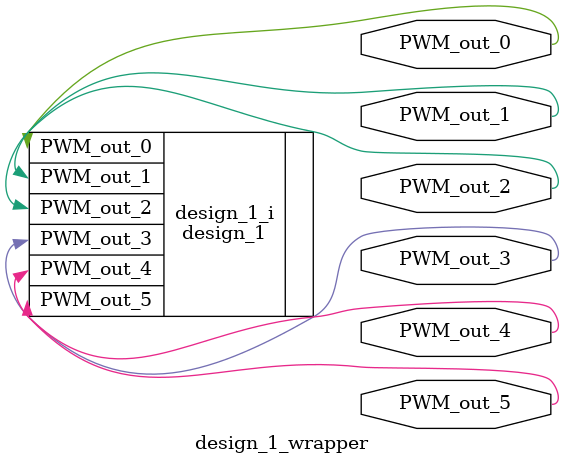
<source format=v>
`timescale 1 ps / 1 ps

module design_1_wrapper
   (PWM_out_0,
    PWM_out_1,
    PWM_out_2,
    PWM_out_3,
    PWM_out_4,
    PWM_out_5);
  output PWM_out_0;
  output PWM_out_1;
  output PWM_out_2;
  output PWM_out_3;
  output PWM_out_4;
  output PWM_out_5;

  wire PWM_out_0;
  wire PWM_out_1;
  wire PWM_out_2;
  wire PWM_out_3;
  wire PWM_out_4;
  wire PWM_out_5;

  design_1 design_1_i
       (.PWM_out_0(PWM_out_0),
        .PWM_out_1(PWM_out_1),
        .PWM_out_2(PWM_out_2),
        .PWM_out_3(PWM_out_3),
        .PWM_out_4(PWM_out_4),
        .PWM_out_5(PWM_out_5));
endmodule

</source>
